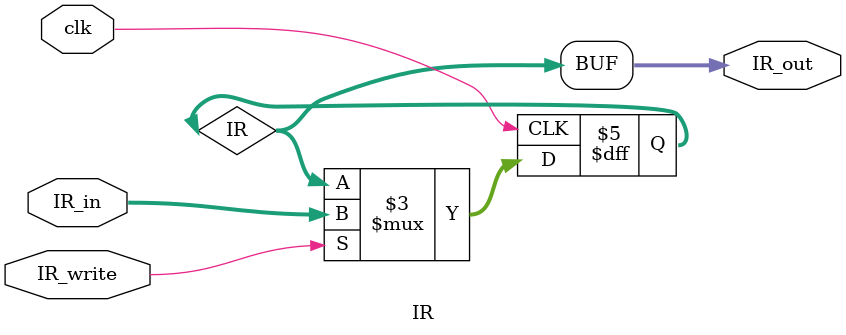
<source format=v>
`timescale 1ns / 1ps


module IR(
        input [31:0] IR_in,
        input clk,
        input IR_write,
        output[31:0] IR_out
    );
    reg[31:0] IR;
    initial IR = 0;
    assign IR_out = IR;
    
    always@(posedge clk)
    begin
        if(IR_write) 
            IR <= IR_in;
    end

endmodule

</source>
